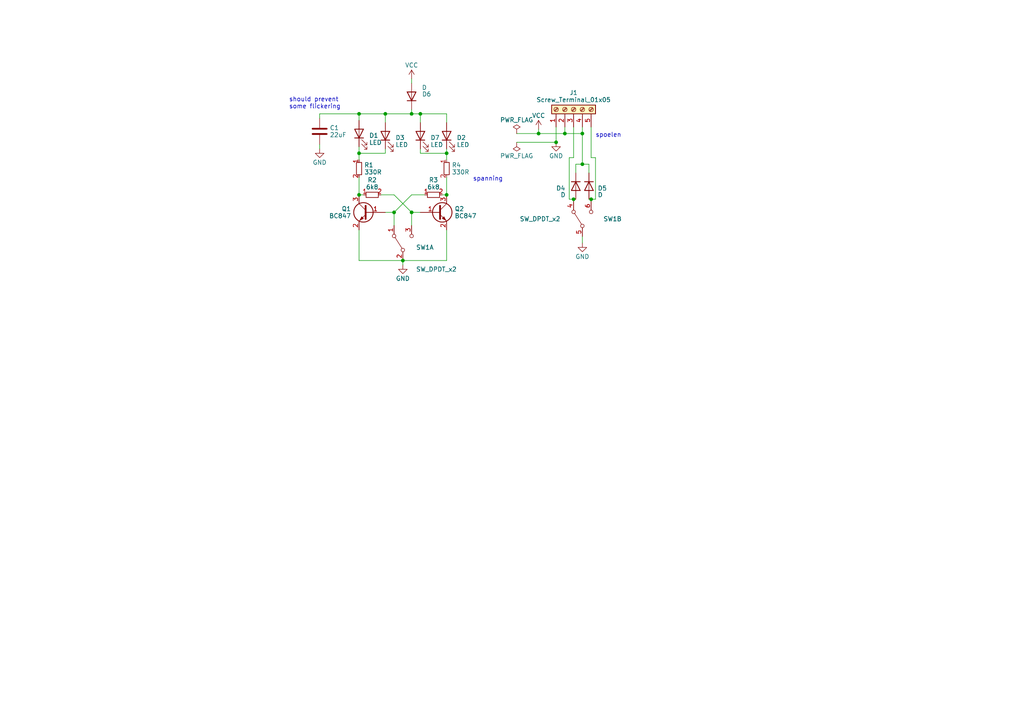
<source format=kicad_sch>
(kicad_sch (version 20230121) (generator eeschema)
  (paper "A4")
  (lib_symbols
    (symbol "Connector:Screw_Terminal_01x05" (pin_names (offset 1.016) hide)
      (property "Reference" "J" (at 0 7.62 0))
      (property "Value" "Screw_Terminal_01x05" (at 0 -7.62 0))
      (symbol "Screw_Terminal_01x05_1_1"
        (rectangle (start -1.27 6.35) (end 1.27 -6.35) (stroke (width 0.254)) (fill (type background)))
        (circle (center 0 -5.08) (radius 0.635) (stroke (width 0.1524)))
        (circle (center 0 -2.54) (radius 0.635) (stroke (width 0.1524)))
        (polyline (pts (xy -0.5334 -4.7498) (xy 0.3302 -5.588)) (stroke (width 0.1524)))
        (polyline (pts (xy -0.5334 -2.2098) (xy 0.3302 -3.048)) (stroke (width 0.1524)))
        (polyline (pts (xy -0.5334 0.3302) (xy 0.3302 -0.508)) (stroke (width 0.1524)))
        (polyline (pts (xy -0.5334 2.8702) (xy 0.3302 2.032)) (stroke (width 0.1524)))
        (polyline (pts (xy -0.5334 5.4102) (xy 0.3302 4.572)) (stroke (width 0.1524)))
        (polyline (pts (xy -0.3556 -4.572) (xy 0.508 -5.4102)) (stroke (width 0.1524)))
        (polyline (pts (xy -0.3556 -2.032) (xy 0.508 -2.8702)) (stroke (width 0.1524)))
        (polyline (pts (xy -0.3556 0.508) (xy 0.508 -0.3302)) (stroke (width 0.1524)))
        (polyline (pts (xy -0.3556 3.048) (xy 0.508 2.2098)) (stroke (width 0.1524)))
        (polyline (pts (xy -0.3556 5.588) (xy 0.508 4.7498)) (stroke (width 0.1524)))
        (circle (center 0 0) (radius 0.635) (stroke (width 0.1524)))
        (circle (center 0 2.54) (radius 0.635) (stroke (width 0.1524)))
        (circle (center 0 5.08) (radius 0.635) (stroke (width 0.1524)))
        (pin passive line (at -5.08 5.08 0) (length 3.81) (name "Pin_1") (number "1"))
        (pin passive line (at -5.08 2.54 0) (length 3.81) (name "Pin_2") (number "2"))
        (pin passive line (at -5.08 0 0) (length 3.81) (name "Pin_3") (number "3"))
        (pin passive line (at -5.08 -2.54 0) (length 3.81) (name "Pin_4") (number "4"))
        (pin passive line (at -5.08 -5.08 0) (length 3.81) (name "Pin_5") (number "5"))
      )
    )
    (symbol "Device:C" (pin_numbers hide) (pin_names (offset 0.254))
      (property "Reference" "C" (at 0.635 2.54 0))
      (property "Value" "C" (at 0.635 -2.54 0))
      (symbol "C_0_1"
        (polyline (pts (xy -2.032 -0.762) (xy 2.032 -0.762)) (stroke (width 0.508)))
        (polyline (pts (xy -2.032 0.762) (xy 2.032 0.762)) (stroke (width 0.508)))
      )
      (symbol "C_1_1"
        (pin passive line (at 0 3.81 270) (length 2.794) (name "~") (number "1"))
        (pin passive line (at 0 -3.81 90) (length 2.794) (name "~") (number "2"))
      )
    )
    (symbol "Device:D" (pin_numbers hide) (pin_names (offset 1.016) hide)
      (property "Reference" "D" (at 0 2.54 0))
      (property "Value" "D" (at 0 -2.54 0))
      (symbol "D_0_1"
        (polyline (pts (xy -1.27 1.27) (xy -1.27 -1.27)) (stroke (width 0.254)))
        (polyline (pts (xy 1.27 0) (xy -1.27 0)))
        (polyline (pts (xy 1.27 1.27) (xy 1.27 -1.27) (xy -1.27 0) (xy 1.27 1.27)) (stroke (width 0.254)))
      )
      (symbol "D_1_1"
        (pin passive line (at -3.81 0 0) (length 2.54) (name "K") (number "1"))
        (pin passive line (at 3.81 0 180) (length 2.54) (name "A") (number "2"))
      )
    )
    (symbol "Device:LED" (pin_numbers hide) (pin_names (offset 1.016) hide)
      (property "Reference" "D" (at 0 2.54 0))
      (property "Value" "LED" (at 0 -2.54 0))
      (symbol "LED_0_1"
        (polyline (pts (xy -1.27 -1.27) (xy -1.27 1.27)) (stroke (width 0.254)))
        (polyline (pts (xy -1.27 0) (xy 1.27 0)))
        (polyline (pts (xy 1.27 -1.27) (xy 1.27 1.27) (xy -1.27 0) (xy 1.27 -1.27)) (stroke (width 0.254)))
        (polyline (pts (xy -3.048 -0.762) (xy -4.572 -2.286) (xy -3.81 -2.286) (xy -4.572 -2.286) (xy -4.572 -1.524)))
        (polyline (pts (xy -1.778 -0.762) (xy -3.302 -2.286) (xy -2.54 -2.286) (xy -3.302 -2.286) (xy -3.302 -1.524)))
      )
      (symbol "LED_1_1"
        (pin passive line (at -3.81 0 0) (length 2.54) (name "K") (number "1"))
        (pin passive line (at 3.81 0 180) (length 2.54) (name "A") (number "2"))
      )
    )
    (symbol "Switch:SW_DPDT_x2" (pin_names (offset 0) hide)
      (property "Reference" "SW" (at 0 4.318 0))
      (property "Value" "SW_DPDT_x2" (at 0 -5.08 0))
      (symbol "SW_DPDT_x2_0_0"
        (circle (center -2.032 0) (radius 0.508))
        (circle (center 2.032 -2.54) (radius 0.508))
      )
      (symbol "SW_DPDT_x2_0_1"
        (polyline (pts (xy -1.524 0.254) (xy 1.651 2.286)))
        (circle (center 2.032 2.54) (radius 0.508))
      )
      (symbol "SW_DPDT_x2_1_1"
        (pin passive line (at 5.08 2.54 180) (length 2.54) (name "A") (number "1"))
        (pin passive line (at -5.08 0 0) (length 2.54) (name "B") (number "2"))
        (pin passive line (at 5.08 -2.54 180) (length 2.54) (name "C") (number "3"))
      )
      (symbol "SW_DPDT_x2_2_1"
        (pin passive line (at 5.08 2.54 180) (length 2.54) (name "A") (number "4"))
        (pin passive line (at -5.08 0 0) (length 2.54) (name "B") (number "5"))
        (pin passive line (at 5.08 -2.54 180) (length 2.54) (name "C") (number "6"))
      )
    )
    (symbol "Transistor_BJT:BC847" (pin_names (offset 0) hide)
      (property "Reference" "Q" (at 5.08 1.905 0))
      (property "Value" "BC847" (at 5.08 0 0))
      (symbol "BC847_0_1"
        (polyline (pts (xy 0.635 0.635) (xy 2.54 2.54)))
        (polyline (pts (xy 0.635 -0.635) (xy 2.54 -2.54) (xy 2.54 -2.54)))
        (polyline (pts (xy 0.635 1.905) (xy 0.635 -1.905) (xy 0.635 -1.905)) (stroke (width 0.508)))
        (polyline (pts (xy 1.27 -1.778) (xy 1.778 -1.27) (xy 2.286 -2.286) (xy 1.27 -1.778) (xy 1.27 -1.778)) (fill (type outline)))
        (circle (center 1.27 0) (radius 2.8194) (stroke (width 0.254)))
      )
      (symbol "BC847_1_1"
        (pin input line (at -5.08 0 0) (length 5.715) (name "B") (number "1"))
        (pin passive line (at 2.54 -5.08 90) (length 2.54) (name "E") (number "2"))
        (pin passive line (at 2.54 5.08 270) (length 2.54) (name "C") (number "3"))
      )
    )
    (symbol "power:GND" (power) (pin_names (offset 0))
      (property "Value" "GND" (at 0 -3.81 0))
      (symbol "GND_0_1"
        (polyline (pts (xy 0 0) (xy 0 -1.27) (xy 1.27 -1.27) (xy 0 -2.54) (xy -1.27 -1.27) (xy 0 -1.27)))
      )
      (symbol "GND_1_1"
        (pin power_in line (at 0 0 270) (length 0) hide (name "GND") (number "1"))
      )
    )
    (symbol "power:PWR_FLAG" (power) (pin_numbers hide) (pin_names (offset 0) hide)
      (property "Value" "PWR_FLAG" (at 0 3.81 0))
      (symbol "PWR_FLAG_0_0"
        (pin power_out line (at 0 0 90) (length 0) (name "pwr") (number "1"))
      )
      (symbol "PWR_FLAG_0_1"
        (polyline (pts (xy 0 0) (xy 0 1.27) (xy -1.016 1.905) (xy 0 2.54) (xy 1.016 1.905) (xy 0 1.27)))
      )
    )
    (symbol "power:VCC" (power) (pin_names (offset 0))
      (property "Value" "VCC" (at 0 3.81 0))
      (symbol "VCC_0_1"
        (polyline (pts (xy -0.762 1.27) (xy 0 2.54)))
        (polyline (pts (xy 0 0) (xy 0 2.54)))
        (polyline (pts (xy 0 2.54) (xy 0.762 1.27)))
      )
      (symbol "VCC_1_1"
        (pin power_in line (at 0 0 90) (length 0) hide (name "VCC") (number "1"))
      )
    )
    (symbol "resistors_0805:R_330R_0805"
      (property "Reference" "R" (at 1.27 2.54 0))
      (property "Value" "330R" (at 2.54 -2.54 0))
      (symbol "R_330R_0805_0_1"
        (rectangle (start -0.762 1.778) (end 0.762 -1.778) (stroke (width 0.2032)))
      )
      (symbol "R_330R_0805_1_1"
        (pin passive line (at 0 2.54 270) (length 0.762) (name "~") (number "1"))
        (pin passive line (at 0 -2.54 90) (length 0.762) (name "~") (number "2"))
      )
    )
    (symbol "resistors_0805:R_6k8_0805"
      (property "Reference" "R" (at 1.27 2.54 0))
      (property "Value" "6k8" (at 2.54 -2.54 0))
      (symbol "R_6k8_0805_0_1"
        (rectangle (start -0.762 1.778) (end 0.762 -1.778) (stroke (width 0.2032)))
      )
      (symbol "R_6k8_0805_1_1"
        (pin passive line (at 0 2.54 270) (length 0.762) (name "~") (number "1"))
        (pin passive line (at 0 -2.54 90) (length 0.762) (name "~") (number "2"))
      )
    )
  )
  (junction (at 104.14 44.45))
  (junction (at 168.91 38.735))
  (junction (at 168.91 47.625))
  (junction (at 104.14 33.02))
  (junction (at 114.3 61.595))
  (junction (at 129.54 56.515))
  (junction (at 111.76 33.02))
  (junction (at 166.37 57.785))
  (junction (at 116.84 75.565))
  (junction (at 119.38 61.595))
  (junction (at 163.83 38.735))
  (junction (at 171.45 57.785))
  (junction (at 119.38 33.02))
  (junction (at 156.21 38.735))
  (junction (at 104.14 56.515))
  (junction (at 161.29 41.275))
  (junction (at 129.54 44.45))
  (junction (at 121.92 33.02))
  (wire (pts (xy 168.91 36.83) (xy 168.91 38.735)))
  (wire (pts (xy 92.71 41.91) (xy 92.71 43.18)))
  (wire (pts (xy 167.005 47.625) (xy 167.005 50.165)))
  (wire (pts (xy 119.38 65.405) (xy 119.38 61.595)))
  (wire (pts (xy 171.45 45.72) (xy 172.72 45.72)))
  (wire (pts (xy 114.3 56.515) (xy 119.38 61.595)))
  (wire (pts (xy 110.49 56.515) (xy 114.3 56.515)))
  (wire (pts (xy 104.14 44.45) (xy 104.14 46.355)))
  (wire (pts (xy 166.37 45.72) (xy 165.1 45.72)))
  (wire (pts (xy 104.14 66.675) (xy 104.14 75.565)))
  (wire (pts (xy 121.92 44.45) (xy 129.54 44.45)))
  (wire (pts (xy 149.86 41.275) (xy 161.29 41.275)))
  (wire (pts (xy 156.21 38.735) (xy 163.83 38.735)))
  (wire (pts (xy 114.3 61.595) (xy 119.38 56.515)))
  (wire (pts (xy 121.92 33.02) (xy 129.54 33.02)))
  (wire (pts (xy 172.72 45.72) (xy 172.72 57.785)))
  (wire (pts (xy 128.27 56.515) (xy 129.54 56.515)))
  (wire (pts (xy 121.92 33.02) (xy 121.92 35.56)))
  (wire (pts (xy 119.38 33.02) (xy 121.92 33.02)))
  (wire (pts (xy 114.3 65.405) (xy 114.3 61.595)))
  (wire (pts (xy 119.38 31.75) (xy 119.38 33.02)))
  (wire (pts (xy 111.76 44.45) (xy 111.76 43.18)))
  (wire (pts (xy 129.54 33.02) (xy 129.54 35.56)))
  (wire (pts (xy 165.1 57.785) (xy 166.37 57.785)))
  (wire (pts (xy 129.54 44.45) (xy 129.54 43.18)))
  (wire (pts (xy 168.91 38.735) (xy 168.91 47.625)))
  (wire (pts (xy 104.14 44.45) (xy 111.76 44.45)))
  (wire (pts (xy 171.45 57.785) (xy 172.72 57.785)))
  (wire (pts (xy 104.14 33.02) (xy 111.76 33.02)))
  (wire (pts (xy 121.92 44.45) (xy 121.92 43.18)))
  (wire (pts (xy 161.29 36.83) (xy 161.29 41.275)))
  (wire (pts (xy 167.005 57.785) (xy 166.37 57.785)))
  (wire (pts (xy 168.91 68.58) (xy 168.91 70.485)))
  (wire (pts (xy 104.14 51.435) (xy 104.14 56.515)))
  (wire (pts (xy 119.38 56.515) (xy 123.19 56.515)))
  (wire (pts (xy 163.83 38.735) (xy 163.83 36.83)))
  (wire (pts (xy 116.84 75.565) (xy 116.84 76.835)))
  (wire (pts (xy 104.14 42.545) (xy 104.14 44.45)))
  (wire (pts (xy 170.815 57.785) (xy 171.45 57.785)))
  (wire (pts (xy 119.38 22.86) (xy 119.38 24.13)))
  (wire (pts (xy 104.14 75.565) (xy 116.84 75.565)))
  (wire (pts (xy 116.84 75.565) (xy 129.54 75.565)))
  (wire (pts (xy 92.71 33.02) (xy 104.14 33.02)))
  (wire (pts (xy 168.91 47.625) (xy 170.815 47.625)))
  (wire (pts (xy 167.005 47.625) (xy 168.91 47.625)))
  (wire (pts (xy 129.54 51.435) (xy 129.54 56.515)))
  (wire (pts (xy 171.45 57.785) (xy 171.45 58.42)))
  (wire (pts (xy 149.86 38.735) (xy 156.21 38.735)))
  (wire (pts (xy 111.76 33.02) (xy 111.76 35.56)))
  (wire (pts (xy 92.71 33.02) (xy 92.71 34.29)))
  (wire (pts (xy 111.76 61.595) (xy 114.3 61.595)))
  (wire (pts (xy 129.54 44.45) (xy 129.54 46.355)))
  (wire (pts (xy 104.14 56.515) (xy 105.41 56.515)))
  (wire (pts (xy 171.45 36.83) (xy 171.45 45.72)))
  (wire (pts (xy 166.37 36.83) (xy 166.37 45.72)))
  (wire (pts (xy 156.21 37.465) (xy 156.21 38.735)))
  (wire (pts (xy 104.14 33.02) (xy 104.14 34.925)))
  (wire (pts (xy 111.76 33.02) (xy 119.38 33.02)))
  (wire (pts (xy 170.815 50.165) (xy 170.815 47.625)))
  (wire (pts (xy 129.54 75.565) (xy 129.54 66.675)))
  (wire (pts (xy 165.1 45.72) (xy 165.1 57.785)))
  (wire (pts (xy 119.38 61.595) (xy 121.92 61.595)))
  (wire (pts (xy 163.83 38.735) (xy 168.91 38.735)))
  (wire (pts (xy 166.37 57.785) (xy 166.37 58.42)))
  (text "spoelen\n" (at 172.72 40.005 0) (effects (font (size 1.27 1.27)) (justify left bottom)))
  (text "spanning" (at 137.16 52.705 0) (effects (font (size 1.27 1.27)) (justify left bottom)))
  (text "should prevent\nsome flickering" (at 83.82 31.75 0) (effects (font (size 1.27 1.27)) (justify left bottom)))
  (symbol (lib_id "Device:LED") (at 129.54 39.37 90) (unit 1)
    (property "Reference" "D2" (at 132.461 39.9335 90) (effects (justify right)))
    (property "Value" "LED" (at 132.461 41.9815 90) (effects (justify right)))
    (property "Footprint" "LED_THT:LED_D3.0mm" (effects hide))
  )
  (symbol (lib_id "resistors_0805:R_6k8_0805") (at 107.95 56.515 90) (unit 1)
    (property "Reference" "R2" (at 107.95 52.1984 90))
    (property "Value" "6k8" (at 107.95 54.2464 90))
    (property "Footprint" "custom_kicad_lib_sk:R_0805_handsolder-smalltext" (effects hide))
    (property "JLCPCB Part#" "C17772" (effects hide))
  )
  (symbol (lib_id "resistors_0805:R_6k8_0805") (at 125.73 56.515 90) (unit 1)
    (property "Reference" "R3" (at 125.73 52.1984 90))
    (property "Value" "6k8" (at 125.73 54.2464 90))
    (property "Footprint" "custom_kicad_lib_sk:R_0805_handsolder-smalltext" (effects hide))
    (property "JLCPCB Part#" "C17772" (effects hide))
  )
  (symbol (lib_id "power:GND") (at 116.84 76.835 0) (unit 1)
    (property "Reference" "#PWR02" (effects hide))
    (property "Value" "GND" (at 116.84 80.78 0))
  )
  (symbol (lib_id "power:PWR_FLAG") (at 149.86 41.275 180) (unit 1)
    (property "Reference" "#FLG02" (effects hide))
    (property "Value" "PWR_FLAG" (at 149.86 45.22 0))
  )
  (symbol (lib_id "power:GND") (at 161.29 41.275 0) (unit 1)
    (property "Reference" "#PWR03" (effects hide))
    (property "Value" "GND" (at 161.29 45.22 0))
  )
  (symbol (lib_id "Transistor_BJT:BC847") (at 106.68 61.595 0) (mirror y) (unit 1)
    (property "Reference" "Q1" (at 101.8286 60.571 0) (effects (justify left)))
    (property "Value" "BC847" (at 101.8286 62.619 0) (effects (justify left)))
    (property "Footprint" "Package_TO_SOT_SMD:SOT-23" (effects hide))
    (property "Datasheet" "http://www.infineon.com/dgdl/Infineon-BC847SERIES_BC848SERIES_BC849SERIES_BC850SERIES-DS-v01_01-en.pdf?fileId=db3a304314dca389011541d4630a1657" (effects hide))
    (property "JLCPCB Part#" "C475630" (effects hide))
  )
  (symbol (lib_id "Device:LED") (at 104.14 38.735 90) (unit 1)
    (property "Reference" "D1" (at 107.061 39.2985 90) (effects (justify right)))
    (property "Value" "LED" (at 107.061 41.3465 90) (effects (justify right)))
    (property "Footprint" "LED_THT:LED_D3.0mm" (effects hide))
  )
  (symbol (lib_id "power:GND") (at 92.71 43.18 0) (unit 1)
    (property "Reference" "#PWR04" (effects hide))
    (property "Value" "GND" (at 92.71 47.125 0))
  )
  (symbol (lib_id "Device:D") (at 170.815 53.975 270) (unit 1)
    (property "Reference" "D5" (at 173.355 54.61 90) (effects (justify left)))
    (property "Value" "D" (at 173.355 56.515 90) (effects (justify left)))
    (property "Footprint" "Diode_SMD:D_SOD-123F" (effects hide))
    (property "Sim.Device" "D" (effects hide))
    (property "Sim.Pins" "1=K 2=A" (effects hide))
    (property "JLCPCB Part#" "C64898" (effects hide))
  )
  (symbol (lib_id "resistors_0805:R_330R_0805") (at 104.14 48.895 0) (unit 1)
    (property "Reference" "R1" (at 105.6386 47.871 0) (effects (justify left)))
    (property "Value" "330R" (at 105.6386 49.919 0) (effects (justify left)))
    (property "Footprint" "custom_kicad_lib_sk:R_0805_handsolder-smalltext" (effects hide))
    (property "JLCPCB Part#" "C17630" (effects hide))
  )
  (symbol (lib_id "power:VCC") (at 156.21 37.465 0) (unit 1)
    (property "Reference" "#PWR05" (effects hide))
    (property "Value" "VCC" (at 156.21 33.52 0))
  )
  (symbol (lib_id "power:GND") (at 168.91 70.485 0) (unit 1)
    (property "Reference" "#PWR07" (effects hide))
    (property "Value" "GND" (at 168.91 74.43 0))
  )
  (symbol (lib_id "Device:LED") (at 111.76 39.37 90) (unit 1)
    (property "Reference" "D3" (at 114.681 39.9335 90) (effects (justify right)))
    (property "Value" "LED" (at 114.681 41.9815 90) (effects (justify right)))
    (property "Footprint" "LED_THT:LED_D3.0mm" (effects hide))
  )
  (symbol (lib_id "power:PWR_FLAG") (at 149.86 38.735 0) (unit 1)
    (property "Reference" "#FLG01" (effects hide))
    (property "Value" "PWR_FLAG" (at 149.86 34.79 0))
  )
  (symbol (lib_id "power:VCC") (at 119.38 22.86 0) (unit 1)
    (property "Reference" "#PWR01" (effects hide))
    (property "Value" "VCC" (at 119.38 18.915 0))
  )
  (symbol (lib_id "Device:D") (at 167.005 53.975 270) (unit 1)
    (property "Reference" "D4" (at 161.29 54.61 90) (effects (justify left)))
    (property "Value" "D" (at 162.56 56.515 90) (effects (justify left)))
    (property "Footprint" "Diode_SMD:D_SOD-123F" (effects hide))
    (property "Sim.Device" "D" (effects hide))
    (property "Sim.Pins" "1=K 2=A" (effects hide))
    (property "JLCPCB Part#" "C64898" (effects hide))
  )
  (symbol (lib_id "Connector:Screw_Terminal_01x05") (at 166.37 31.75 90) (unit 1)
    (property "Reference" "J1" (at 166.37 26.9 90))
    (property "Value" "Screw_Terminal_01x05" (at 166.37 28.948 90))
    (property "Footprint" "TerminalBlock_Phoenix:TerminalBlock_Phoenix_MKDS-1,5-5-5.08_1x05_P5.08mm_Horizontal" (effects hide))
  )
  (symbol (lib_id "Switch:SW_DPDT_x2") (at 116.84 70.485 90) (unit 1)
    (property "Reference" "SW1" (at 120.65 71.755 90) (effects (justify right)))
    (property "Value" "SW_DPDT_x2" (at 120.65 78.105 90) (effects (justify right)))
    (property "Footprint" "custom_kicad_lib_sk:MTS_DPDT" (effects hide))
  )
  (symbol (lib_id "Device:D") (at 119.38 27.94 90) (unit 1)
    (property "Reference" "D6" (at 125.095 27.305 90) (effects (justify left)))
    (property "Value" "D" (at 123.825 25.4 90) (effects (justify left)))
    (property "Footprint" "Diode_SMD:D_SOD-123F" (effects hide))
    (property "Sim.Device" "D" (effects hide))
    (property "Sim.Pins" "1=K 2=A" (effects hide))
    (property "JLCPCB Part#" "C64898" (effects hide))
  )
  (symbol (lib_id "Device:C") (at 92.71 38.1 0) (unit 1)
    (property "Reference" "C1" (at 95.631 37.076 0) (effects (justify left)))
    (property "Value" "22uF" (at 95.631 39.124 0) (effects (justify left)))
    (property "Footprint" "Capacitor_SMD:C_1206_3216Metric" (effects hide))
    (property "JLCPCB Part#" "C12891" (effects hide))
  )
  (symbol (lib_id "resistors_0805:R_330R_0805") (at 129.54 48.895 0) (unit 1)
    (property "Reference" "R4" (at 131.0386 47.871 0) (effects (justify left)))
    (property "Value" "330R" (at 131.0386 49.919 0) (effects (justify left)))
    (property "Footprint" "custom_kicad_lib_sk:R_0805_handsolder-smalltext" (effects hide))
    (property "JLCPCB Part#" "C17630" (effects hide))
  )
  (symbol (lib_id "Transistor_BJT:BC847") (at 127 61.595 0) (unit 1)
    (property "Reference" "Q2" (at 131.8514 60.571 0) (effects (justify left)))
    (property "Value" "BC847" (at 131.8514 62.619 0) (effects (justify left)))
    (property "Footprint" "Package_TO_SOT_SMD:SOT-23" (effects hide))
    (property "Datasheet" "http://www.infineon.com/dgdl/Infineon-BC847SERIES_BC848SERIES_BC849SERIES_BC850SERIES-DS-v01_01-en.pdf?fileId=db3a304314dca389011541d4630a1657" (effects hide))
    (property "JLCPCB Part#" "C475630" (effects hide))
  )
  (symbol (lib_id "Switch:SW_DPDT_x2") (at 168.91 63.5 90) (unit 2)
    (property "Reference" "SW1" (at 180.34 63.5 90) (effects (justify left)))
    (property "Value" "SW_DPDT_x2" (at 162.56 63.5 90) (effects (justify left)))
    (property "Footprint" "custom_kicad_lib_sk:MTS_DPDT" (effects hide))
  )
  (symbol (lib_id "Device:LED") (at 121.92 39.37 90) (unit 1)
    (property "Reference" "D7" (at 124.841 39.9335 90) (effects (justify right)))
    (property "Value" "LED" (at 124.841 41.9815 90) (effects (justify right)))
    (property "Footprint" "LED_THT:LED_D3.0mm" (effects hide))
  )
)
</source>
